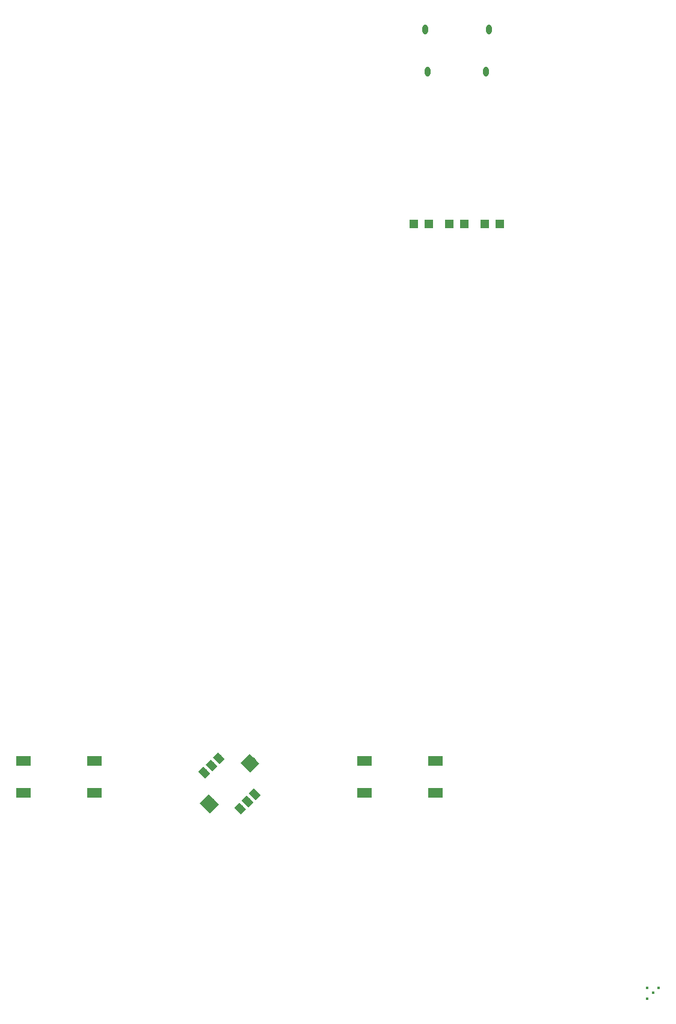
<source format=gbr>
G04 #@! TF.GenerationSoftware,KiCad,Pcbnew,5.0.2-bee76a0~70~ubuntu18.04.1*
G04 #@! TF.CreationDate,2020-04-07T14:55:27+02:00*
G04 #@! TF.ProjectId,OpenDropV4,4f70656e-4472-46f7-9056-342e6b696361,rev?*
G04 #@! TF.SameCoordinates,Original*
G04 #@! TF.FileFunction,Paste,Top*
G04 #@! TF.FilePolarity,Positive*
%FSLAX46Y46*%
G04 Gerber Fmt 4.6, Leading zero omitted, Abs format (unit mm)*
G04 Created by KiCad (PCBNEW 5.0.2-bee76a0~70~ubuntu18.04.1) date Di 07 Apr 2020 14:55:27 CEST*
%MOMM*%
%LPD*%
G01*
G04 APERTURE LIST*
%ADD10O,0.800000X1.400000*%
%ADD11R,1.198880X1.198880*%
%ADD12R,2.100000X1.400000*%
%ADD13R,0.300000X0.300000*%
%ADD14C,1.800000*%
%ADD15C,0.100000*%
%ADD16C,1.000000*%
G04 APERTURE END LIST*
D10*
G04 #@! TO.C,J1*
X127510000Y-33060000D03*
X136490000Y-33060000D03*
X136130000Y-39010000D03*
X127870000Y-39010000D03*
G04 #@! TD*
D11*
G04 #@! TO.C,LED1*
X128049020Y-60411000D03*
X125950980Y-60411000D03*
G04 #@! TD*
D12*
G04 #@! TO.C,SW1*
X71000000Y-140450000D03*
X71000000Y-135950000D03*
X81000000Y-140450000D03*
X81000000Y-135950000D03*
G04 #@! TD*
G04 #@! TO.C,SW2*
X119000000Y-140450000D03*
X119000000Y-135950000D03*
X129000000Y-140450000D03*
X129000000Y-135950000D03*
G04 #@! TD*
D11*
G04 #@! TO.C,LED2*
X133049020Y-60411000D03*
X130950980Y-60411000D03*
G04 #@! TD*
G04 #@! TO.C,LED3*
X138049020Y-60411000D03*
X135950980Y-60411000D03*
G04 #@! TD*
D13*
G04 #@! TO.C,REF\002A\002A*
X158789800Y-169383800D03*
G04 #@! TD*
G04 #@! TO.C,REF\002A\002A*
X158789800Y-167859800D03*
G04 #@! TD*
G04 #@! TO.C,REF\002A\002A*
X160415400Y-167859800D03*
G04 #@! TD*
G04 #@! TO.C,REF\002A\002A*
X159602600Y-168571000D03*
G04 #@! TD*
D14*
G04 #@! TO.C,JS2*
X102863582Y-136252018D03*
D15*
G36*
X101520079Y-136181307D02*
X102792871Y-134908515D01*
X104207085Y-136322729D01*
X102934293Y-137595521D01*
X101520079Y-136181307D01*
X101520079Y-136181307D01*
G37*
D14*
X97136018Y-141979582D03*
D15*
G36*
X95792515Y-141908871D02*
X97065307Y-140636079D01*
X98479521Y-142050293D01*
X97206729Y-143323085D01*
X95792515Y-141908871D01*
X95792515Y-141908871D01*
G37*
D16*
X98479520Y-135580266D03*
D15*
G36*
X97648670Y-135456522D02*
X98355776Y-134749416D01*
X99310370Y-135704010D01*
X98603264Y-136411116D01*
X97648670Y-135456522D01*
X97648670Y-135456522D01*
G37*
D16*
X97471893Y-136587893D03*
D15*
G36*
X96641043Y-136464149D02*
X97348149Y-135757043D01*
X98302743Y-136711637D01*
X97595637Y-137418743D01*
X96641043Y-136464149D01*
X96641043Y-136464149D01*
G37*
D16*
X96464266Y-137595520D03*
D15*
G36*
X95633416Y-137471776D02*
X96340522Y-136764670D01*
X97295116Y-137719264D01*
X96588010Y-138426370D01*
X95633416Y-137471776D01*
X95633416Y-137471776D01*
G37*
D16*
X103535334Y-140636080D03*
D15*
G36*
X102704484Y-140512336D02*
X103411590Y-139805230D01*
X104366184Y-140759824D01*
X103659078Y-141466930D01*
X102704484Y-140512336D01*
X102704484Y-140512336D01*
G37*
D16*
X102527707Y-141643707D03*
D15*
G36*
X101696857Y-141519963D02*
X102403963Y-140812857D01*
X103358557Y-141767451D01*
X102651451Y-142474557D01*
X101696857Y-141519963D01*
X101696857Y-141519963D01*
G37*
D16*
X101520080Y-142651334D03*
D15*
G36*
X100689230Y-142527590D02*
X101396336Y-141820484D01*
X102350930Y-142775078D01*
X101643824Y-143482184D01*
X100689230Y-142527590D01*
X100689230Y-142527590D01*
G37*
G04 #@! TD*
M02*

</source>
